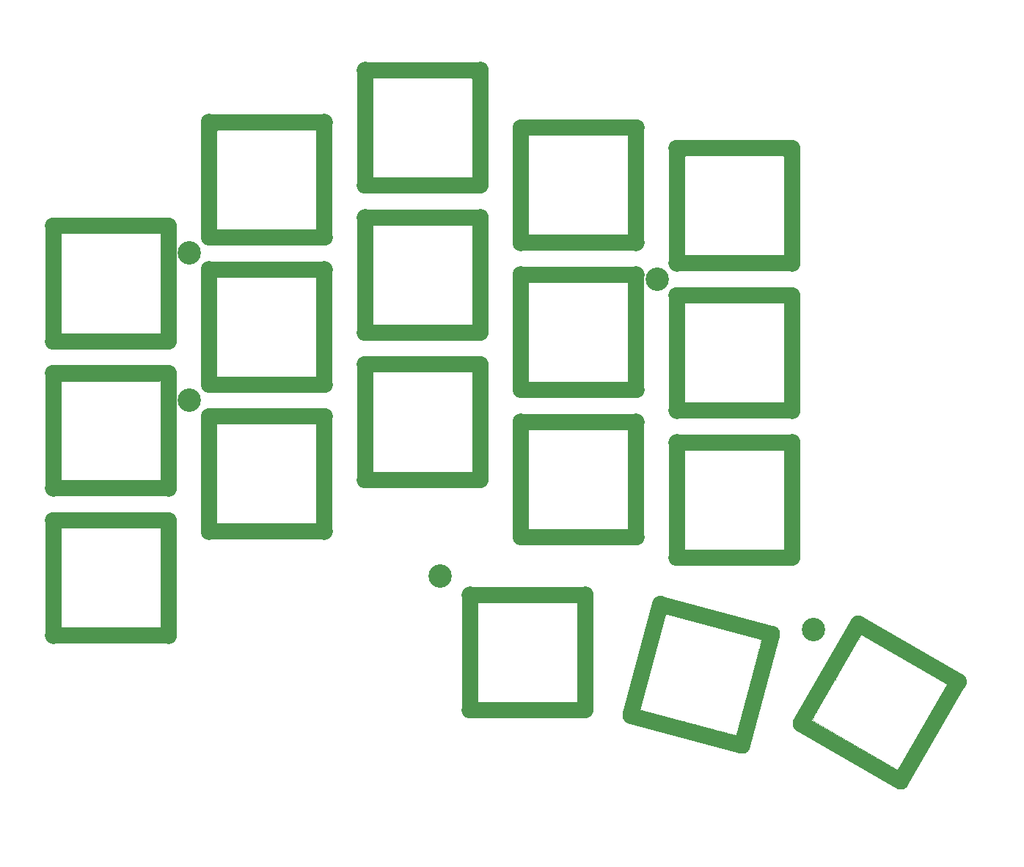
<source format=gbr>
G04 #@! TF.GenerationSoftware,KiCad,Pcbnew,(5.99.0-11177-g6c67dfa032)*
G04 #@! TF.CreationDate,2021-08-29T23:40:49+03:00*
G04 #@! TF.ProjectId,chocofi-topplate,63686f63-6f66-4692-9d74-6f70706c6174,2.1*
G04 #@! TF.SameCoordinates,Original*
G04 #@! TF.FileFunction,Soldermask,Top*
G04 #@! TF.FilePolarity,Negative*
%FSLAX46Y46*%
G04 Gerber Fmt 4.6, Leading zero omitted, Abs format (unit mm)*
G04 Created by KiCad (PCBNEW (5.99.0-11177-g6c67dfa032)) date 2021-08-29 23:40:49*
%MOMM*%
%LPD*%
G01*
G04 APERTURE LIST*
G04 Aperture macros list*
%AMHorizOval*
0 Thick line with rounded ends*
0 $1 width*
0 $2 $3 position (X,Y) of the first rounded end (center of the circle)*
0 $4 $5 position (X,Y) of the second rounded end (center of the circle)*
0 Add line between two ends*
20,1,$1,$2,$3,$4,$5,0*
0 Add two circle primitives to create the rounded ends*
1,1,$1,$2,$3*
1,1,$1,$4,$5*%
G04 Aperture macros list end*
%ADD10C,2.700000*%
%ADD11O,1.900000X15.200000*%
%ADD12O,15.200000X1.900000*%
%ADD13HorizOval,1.900000X1.721147X6.423407X-1.721147X-6.423407X0*%
%ADD14HorizOval,1.900000X-6.423407X1.721147X6.423407X-1.721147X0*%
%ADD15HorizOval,1.900000X-5.759069X3.325000X5.759069X-3.325000X0*%
%ADD16HorizOval,1.900000X-3.325000X-5.759069X3.325000X5.759069X0*%
G04 APERTURE END LIST*
D10*
X95000000Y-66802000D03*
X148971000Y-69850000D03*
X123952000Y-104140000D03*
X167005000Y-110363000D03*
X95000000Y-83820000D03*
D11*
X92560000Y-70400000D03*
X79260000Y-70400000D03*
D12*
X85910000Y-77050000D03*
X85910000Y-63750000D03*
D11*
X110560000Y-58400000D03*
X97260000Y-58400000D03*
D12*
X103910000Y-65050000D03*
X103910000Y-51750000D03*
D11*
X128560000Y-52400000D03*
X115260000Y-52400000D03*
D12*
X121910000Y-59050000D03*
X121910000Y-45750000D03*
D11*
X146560000Y-59020000D03*
X133260000Y-59020000D03*
D12*
X139910000Y-65670000D03*
X139910000Y-52370000D03*
D11*
X164560000Y-61400000D03*
X151260000Y-61400000D03*
D12*
X157910000Y-68050000D03*
X157910000Y-54750000D03*
D11*
X92560000Y-87400000D03*
X79260000Y-87400000D03*
D12*
X85910000Y-94050000D03*
X85910000Y-80750000D03*
D11*
X110560000Y-75400000D03*
X97260000Y-75400000D03*
D12*
X103910000Y-82050000D03*
X103910000Y-68750000D03*
D11*
X128560000Y-69400000D03*
X115260000Y-69400000D03*
D12*
X121910000Y-76050000D03*
X121910000Y-62750000D03*
D11*
X146560000Y-76020000D03*
X133260000Y-76020000D03*
D12*
X139910000Y-82670000D03*
X139910000Y-69370000D03*
D11*
X164560000Y-78400000D03*
X151260000Y-78400000D03*
D12*
X157910000Y-85050000D03*
X157910000Y-71750000D03*
D11*
X92560000Y-104400000D03*
X79260000Y-104400000D03*
D12*
X85910000Y-111050000D03*
X85910000Y-97750000D03*
D11*
X110560000Y-92400000D03*
X97260000Y-92400000D03*
D12*
X103910000Y-99050000D03*
X103910000Y-85750000D03*
D11*
X128560000Y-86400000D03*
X115260000Y-86400000D03*
D12*
X121910000Y-93050000D03*
X121910000Y-79750000D03*
D11*
X146560000Y-93025000D03*
X133260000Y-93025000D03*
D12*
X139910000Y-99675000D03*
X139910000Y-86375000D03*
D11*
X164560000Y-95400000D03*
X151260000Y-95400000D03*
D12*
X157910000Y-102050000D03*
X157910000Y-88750000D03*
D11*
X127360000Y-112990000D03*
X140660000Y-112990000D03*
D12*
X134010000Y-106340000D03*
X134010000Y-119640000D03*
D13*
X147636593Y-113858853D03*
X160483407Y-117301147D03*
D14*
X155781147Y-109156593D03*
X152338853Y-122003407D03*
D15*
X171335000Y-124549069D03*
X177985000Y-113030931D03*
D16*
X168900931Y-115465000D03*
X180419069Y-122115000D03*
G36*
X165103075Y-122045721D02*
G01*
X176617878Y-128693796D01*
X176618878Y-128695528D01*
X176617878Y-128697260D01*
X176616066Y-128697356D01*
X176616057Y-128697352D01*
X176615869Y-128697256D01*
X165101085Y-122049192D01*
X165100938Y-122049098D01*
X165100928Y-122049091D01*
X165100083Y-122047279D01*
X165101230Y-122045641D01*
X165103075Y-122045721D01*
G37*
G36*
X172574655Y-111001923D02*
G01*
X182447345Y-116701923D01*
X182448345Y-116703655D01*
X182448077Y-116704655D01*
X182384899Y-116814082D01*
X181290057Y-118710404D01*
X180929485Y-119334933D01*
X180911762Y-119365630D01*
X180889179Y-119404745D01*
X180783103Y-119588474D01*
X180741618Y-119660328D01*
X180737191Y-119667996D01*
X180725984Y-119687407D01*
X180695445Y-119740302D01*
X180642520Y-119831971D01*
X180576683Y-119946004D01*
X180477235Y-120118253D01*
X180439836Y-120183030D01*
X180429510Y-120200915D01*
X180418123Y-120220638D01*
X180394387Y-120261750D01*
X180383497Y-120280612D01*
X180364382Y-120313720D01*
X180348815Y-120340683D01*
X180318220Y-120393675D01*
X180313961Y-120401052D01*
X180281743Y-120456855D01*
X180248647Y-120514179D01*
X180238694Y-120531418D01*
X180236007Y-120536072D01*
X180221526Y-120561154D01*
X180211285Y-120578892D01*
X180207299Y-120585796D01*
X180205576Y-120588780D01*
X180205098Y-120589608D01*
X180204949Y-120589866D01*
X180186116Y-120622486D01*
X180181896Y-120629795D01*
X180134845Y-120711290D01*
X180133588Y-120713467D01*
X180073759Y-120817094D01*
X179999585Y-120945567D01*
X179988755Y-120964325D01*
X179963160Y-121008657D01*
X179962257Y-121010221D01*
X179935006Y-121057421D01*
X179929467Y-121067015D01*
X179903137Y-121112620D01*
X179891927Y-121132036D01*
X179876800Y-121158237D01*
X179875603Y-121160310D01*
X179869915Y-121170162D01*
X179851978Y-121201230D01*
X179781308Y-121323634D01*
X179776905Y-121331260D01*
X179673012Y-121511208D01*
X179657886Y-121537407D01*
X179657838Y-121537491D01*
X179657837Y-121537492D01*
X179571466Y-121687091D01*
X179563973Y-121700069D01*
X179480819Y-121844096D01*
X179410761Y-121965440D01*
X179320240Y-122122227D01*
X179073782Y-122549105D01*
X178906612Y-122838652D01*
X178316329Y-123861052D01*
X178252601Y-123971432D01*
X178208767Y-124047355D01*
X178198000Y-124066004D01*
X178188043Y-124083250D01*
X178108794Y-124220513D01*
X178086669Y-124258835D01*
X178005072Y-124400165D01*
X177993424Y-124420340D01*
X177947475Y-124499926D01*
X177926528Y-124536207D01*
X177892719Y-124594766D01*
X177868632Y-124636486D01*
X177864765Y-124643184D01*
X177858608Y-124653848D01*
X177854544Y-124660887D01*
X177853805Y-124662167D01*
X177850098Y-124668588D01*
X177847042Y-124673881D01*
X177846106Y-124675502D01*
X176748077Y-126577345D01*
X176746345Y-126578345D01*
X176745345Y-126578077D01*
X166872655Y-120878077D01*
X166871655Y-120876345D01*
X166871923Y-120875345D01*
X166874764Y-120870424D01*
X166895751Y-120870424D01*
X166918302Y-120899812D01*
X176703700Y-126549414D01*
X176740424Y-126554249D01*
X176769812Y-126531698D01*
X177842642Y-124673502D01*
X177843578Y-124671881D01*
X177846634Y-124666588D01*
X177850341Y-124660167D01*
X177851080Y-124658887D01*
X177855144Y-124651848D01*
X177861301Y-124641184D01*
X177865168Y-124634486D01*
X177889255Y-124592766D01*
X177923064Y-124534207D01*
X177944011Y-124497926D01*
X177989960Y-124418340D01*
X178001608Y-124398165D01*
X178083205Y-124256835D01*
X178105330Y-124218513D01*
X178184579Y-124081250D01*
X178194536Y-124064004D01*
X178205303Y-124045355D01*
X178249137Y-123969432D01*
X178312865Y-123859052D01*
X178903148Y-122836652D01*
X179070318Y-122547105D01*
X179316776Y-122120227D01*
X179407297Y-121963440D01*
X179477355Y-121842096D01*
X179560509Y-121698069D01*
X179568002Y-121685091D01*
X179654373Y-121535492D01*
X179654421Y-121535408D01*
X179654422Y-121535407D01*
X179669548Y-121509208D01*
X179773441Y-121329260D01*
X179777844Y-121321634D01*
X179848514Y-121199230D01*
X179866451Y-121168162D01*
X179872139Y-121158310D01*
X179873336Y-121156237D01*
X179888463Y-121130036D01*
X179899673Y-121110620D01*
X179926003Y-121065015D01*
X179931542Y-121055421D01*
X179958793Y-121008221D01*
X179959696Y-121006657D01*
X179985291Y-120962325D01*
X179996121Y-120943567D01*
X180070295Y-120815094D01*
X180130124Y-120711467D01*
X180131381Y-120709290D01*
X180178432Y-120627795D01*
X180182652Y-120620486D01*
X180201485Y-120587866D01*
X180201634Y-120587608D01*
X180202112Y-120586780D01*
X180203835Y-120583796D01*
X180207821Y-120576892D01*
X180218062Y-120559154D01*
X180232543Y-120534072D01*
X180235230Y-120529418D01*
X180245183Y-120512179D01*
X180278279Y-120454855D01*
X180310497Y-120399052D01*
X180314756Y-120391675D01*
X180345351Y-120338683D01*
X180360918Y-120311720D01*
X180380033Y-120278612D01*
X180390923Y-120259750D01*
X180414659Y-120218638D01*
X180426046Y-120198915D01*
X180436372Y-120181030D01*
X180473771Y-120116253D01*
X180573219Y-119944004D01*
X180639056Y-119829971D01*
X180691981Y-119738302D01*
X180722520Y-119685407D01*
X180733727Y-119665996D01*
X180738154Y-119658328D01*
X180779639Y-119586474D01*
X180885715Y-119402745D01*
X180908298Y-119363630D01*
X180926021Y-119332933D01*
X181286593Y-118708404D01*
X182381435Y-116812082D01*
X182419414Y-116746300D01*
X182424249Y-116709576D01*
X182401698Y-116680188D01*
X172616300Y-111030586D01*
X172579576Y-111025751D01*
X172550188Y-111048302D01*
X172533044Y-111077996D01*
X172521837Y-111097407D01*
X172440175Y-111238850D01*
X172438373Y-111241971D01*
X172382832Y-111338171D01*
X172372536Y-111356004D01*
X172368348Y-111363258D01*
X172357495Y-111382056D01*
X172308258Y-111467337D01*
X172308191Y-111467453D01*
X172273088Y-111528253D01*
X172270270Y-111533134D01*
X172235689Y-111593030D01*
X172225363Y-111610915D01*
X172213976Y-111630638D01*
X172212852Y-111632585D01*
X172190240Y-111671750D01*
X172179350Y-111690612D01*
X172165847Y-111714000D01*
X172144668Y-111750683D01*
X172114073Y-111803675D01*
X172109814Y-111811052D01*
X172105209Y-111819028D01*
X172077596Y-111866855D01*
X172044500Y-111924179D01*
X172034547Y-111941418D01*
X172031860Y-111946072D01*
X172030418Y-111948570D01*
X172017379Y-111971154D01*
X172007138Y-111988892D01*
X172006604Y-111989817D01*
X172003152Y-111995796D01*
X172000951Y-111999608D01*
X170003224Y-115459773D01*
X169918694Y-115606183D01*
X169912703Y-115616560D01*
X169842645Y-115737904D01*
X169759491Y-115881931D01*
X169751998Y-115894909D01*
X169665627Y-116044508D01*
X169665579Y-116044592D01*
X169665578Y-116044593D01*
X169650452Y-116070792D01*
X169598024Y-116161600D01*
X169546556Y-116250745D01*
X169488365Y-116351535D01*
X169431537Y-116449964D01*
X169420327Y-116469380D01*
X169274430Y-116722081D01*
X169141568Y-116952205D01*
X168112000Y-118735469D01*
X168004390Y-118921855D01*
X167780377Y-119309857D01*
X167761258Y-119342972D01*
X167589942Y-119639700D01*
X167521496Y-119758252D01*
X167520895Y-119759293D01*
X167505281Y-119786337D01*
X167452827Y-119877190D01*
X167423347Y-119928251D01*
X167412659Y-119946763D01*
X167398006Y-119972143D01*
X167373121Y-120015245D01*
X167321679Y-120104345D01*
X167312494Y-120120254D01*
X167308683Y-120126855D01*
X167298618Y-120144288D01*
X167298540Y-120144423D01*
X167267736Y-120197777D01*
X167254628Y-120220481D01*
X167250911Y-120226919D01*
X167223193Y-120274928D01*
X167184126Y-120342594D01*
X167183182Y-120344229D01*
X167174106Y-120359949D01*
X167149538Y-120402502D01*
X167138927Y-120420881D01*
X167124925Y-120445133D01*
X167124178Y-120446427D01*
X167118871Y-120455619D01*
X167090635Y-120504525D01*
X167075248Y-120531176D01*
X167058084Y-120560905D01*
X167057740Y-120561501D01*
X167055411Y-120565535D01*
X167052057Y-120571344D01*
X167047876Y-120578586D01*
X167047313Y-120579561D01*
X167042099Y-120588592D01*
X167007660Y-120648242D01*
X166925271Y-120790944D01*
X166920039Y-120800006D01*
X166900586Y-120833700D01*
X166895751Y-120870424D01*
X166874764Y-120870424D01*
X166916575Y-120798006D01*
X166921807Y-120788944D01*
X167004196Y-120646242D01*
X167038635Y-120586592D01*
X167043849Y-120577561D01*
X167044412Y-120576586D01*
X167048593Y-120569344D01*
X167051947Y-120563535D01*
X167054276Y-120559501D01*
X167054620Y-120558905D01*
X167071784Y-120529176D01*
X167087171Y-120502525D01*
X167115407Y-120453619D01*
X167120714Y-120444427D01*
X167121461Y-120443133D01*
X167135463Y-120418881D01*
X167146074Y-120400502D01*
X167170642Y-120357949D01*
X167179718Y-120342229D01*
X167180662Y-120340594D01*
X167219729Y-120272928D01*
X167247447Y-120224919D01*
X167251164Y-120218481D01*
X167264272Y-120195777D01*
X167295076Y-120142423D01*
X167295154Y-120142288D01*
X167305219Y-120124855D01*
X167309030Y-120118254D01*
X167318215Y-120102345D01*
X167369657Y-120013245D01*
X167394542Y-119970143D01*
X167409195Y-119944763D01*
X167419883Y-119926251D01*
X167449363Y-119875190D01*
X167501817Y-119784337D01*
X167517431Y-119757293D01*
X167518032Y-119756252D01*
X167586478Y-119637700D01*
X167757794Y-119340972D01*
X167776913Y-119307857D01*
X168000926Y-118919855D01*
X168108536Y-118733469D01*
X169138104Y-116950205D01*
X169270966Y-116720081D01*
X169416863Y-116467380D01*
X169428073Y-116447964D01*
X169484901Y-116349535D01*
X169543092Y-116248745D01*
X169594560Y-116159600D01*
X169646988Y-116068792D01*
X169662114Y-116042593D01*
X169662162Y-116042509D01*
X169662163Y-116042508D01*
X169748534Y-115892909D01*
X169756027Y-115879931D01*
X169839181Y-115735904D01*
X169909239Y-115614560D01*
X169915230Y-115604183D01*
X169999760Y-115457773D01*
X171997487Y-111997608D01*
X171999688Y-111993796D01*
X172003140Y-111987817D01*
X172003674Y-111986892D01*
X172013915Y-111969154D01*
X172026954Y-111946570D01*
X172028396Y-111944072D01*
X172031083Y-111939418D01*
X172041036Y-111922179D01*
X172074132Y-111864855D01*
X172101745Y-111817028D01*
X172106350Y-111809052D01*
X172110609Y-111801675D01*
X172141204Y-111748683D01*
X172162383Y-111712000D01*
X172175886Y-111688612D01*
X172186776Y-111669750D01*
X172209388Y-111630585D01*
X172210512Y-111628638D01*
X172221899Y-111608915D01*
X172232225Y-111591030D01*
X172266806Y-111531134D01*
X172269624Y-111526253D01*
X172304727Y-111465453D01*
X172304794Y-111465337D01*
X172354031Y-111380056D01*
X172364884Y-111361258D01*
X172369072Y-111354004D01*
X172379368Y-111336171D01*
X172434909Y-111239971D01*
X172436711Y-111236850D01*
X172518373Y-111095407D01*
X172529580Y-111075996D01*
X172571923Y-111002655D01*
X172573655Y-111001655D01*
X172574655Y-111001923D01*
G37*
G36*
X145671321Y-121198290D02*
G01*
X145671354Y-121198298D01*
X158514450Y-124639596D01*
X158513995Y-124641293D01*
X158513936Y-124641529D01*
X158513418Y-124643461D01*
X145670314Y-121202161D01*
X145668900Y-121200747D01*
X145669418Y-121198815D01*
X145671317Y-121198289D01*
X145671321Y-121198290D01*
G37*
G36*
X158042347Y-122546070D02*
G01*
X158079070Y-122541235D01*
X158101862Y-122511533D01*
X158103710Y-122510768D01*
X158105297Y-122511986D01*
X158105381Y-122513269D01*
X158092440Y-122561565D01*
X158091026Y-122562979D01*
X158089990Y-122562979D01*
X150099055Y-120421813D01*
X150097641Y-120420399D01*
X150098159Y-120418467D01*
X150100091Y-120417949D01*
X158042347Y-122546070D01*
G37*
G36*
X170966206Y-109989838D02*
G01*
X170966206Y-109991838D01*
X164756201Y-120747882D01*
X164754469Y-120748882D01*
X164752737Y-120747882D01*
X164752680Y-120745988D01*
X164752686Y-120745976D01*
X164752743Y-120745870D01*
X170962742Y-109989838D01*
X170964474Y-109988838D01*
X170966206Y-109989838D01*
G37*
G36*
X172704023Y-108882686D02*
G01*
X172704129Y-108882743D01*
X184218924Y-115530813D01*
X184218972Y-115530842D01*
X184218985Y-115530850D01*
X184219936Y-115532609D01*
X184218888Y-115534312D01*
X184216937Y-115534285D01*
X172702121Y-108886203D01*
X172701121Y-108884471D01*
X172702121Y-108882739D01*
X172704015Y-108882682D01*
X172704023Y-108882686D01*
G37*
G36*
X161041565Y-111547560D02*
G01*
X161042979Y-111548974D01*
X161042979Y-111550010D01*
X160009028Y-115408763D01*
X160007614Y-115410177D01*
X160005682Y-115409659D01*
X160005164Y-115407727D01*
X161026070Y-111597653D01*
X161021235Y-111560930D01*
X160991533Y-111538138D01*
X160990768Y-111536290D01*
X160991986Y-111534703D01*
X160993269Y-111534619D01*
X161041565Y-111547560D01*
G37*
G36*
X148441255Y-107189467D02*
G01*
X148441709Y-107191332D01*
X147237941Y-111683852D01*
X147236527Y-111685266D01*
X147234595Y-111684748D01*
X147234077Y-111682816D01*
X148437838Y-107190318D01*
X148437864Y-107190230D01*
X148437871Y-107190208D01*
X148439349Y-107188860D01*
X148441255Y-107189467D01*
G37*
G36*
X162449682Y-109957838D02*
G01*
X162449770Y-109957864D01*
X162449792Y-109957871D01*
X162451140Y-109959349D01*
X162450533Y-109961255D01*
X162448668Y-109961709D01*
X153238008Y-107493719D01*
X153236594Y-107492305D01*
X153237112Y-107490373D01*
X153239044Y-107489855D01*
X162449682Y-109957838D01*
G37*
G36*
X139711732Y-107289000D02*
G01*
X139712000Y-107290000D01*
X139712000Y-107339999D01*
X139711000Y-107341731D01*
X139709000Y-107341731D01*
X139708152Y-107340764D01*
X139693825Y-107306175D01*
X139659603Y-107292000D01*
X128360397Y-107292000D01*
X128326175Y-107306175D01*
X128311848Y-107340764D01*
X128310261Y-107341982D01*
X128308413Y-107341217D01*
X128308000Y-107339999D01*
X128308000Y-107290000D01*
X128309000Y-107288268D01*
X128310000Y-107288000D01*
X139710000Y-107288000D01*
X139711732Y-107289000D01*
G37*
G36*
X91611732Y-98699000D02*
G01*
X91612000Y-98700000D01*
X91612000Y-98749999D01*
X91611000Y-98751731D01*
X91609000Y-98751731D01*
X91608152Y-98750764D01*
X91593825Y-98716175D01*
X91559603Y-98702000D01*
X80260397Y-98702000D01*
X80226175Y-98716175D01*
X80211848Y-98750764D01*
X80210261Y-98751982D01*
X80208413Y-98751217D01*
X80208000Y-98749999D01*
X80208000Y-98700000D01*
X80209000Y-98698268D01*
X80210000Y-98698000D01*
X91610000Y-98698000D01*
X91611732Y-98699000D01*
G37*
G36*
X163611732Y-89699000D02*
G01*
X163612000Y-89700000D01*
X163612000Y-89749999D01*
X163611000Y-89751731D01*
X163609000Y-89751731D01*
X163608152Y-89750764D01*
X163593825Y-89716175D01*
X163559603Y-89702000D01*
X152260397Y-89702000D01*
X152226175Y-89716175D01*
X152211848Y-89750764D01*
X152210261Y-89751982D01*
X152208413Y-89751217D01*
X152208000Y-89749999D01*
X152208000Y-89700000D01*
X152209000Y-89698268D01*
X152210000Y-89698000D01*
X163610000Y-89698000D01*
X163611732Y-89699000D01*
G37*
G36*
X145611732Y-87324000D02*
G01*
X145612000Y-87325000D01*
X145612000Y-87374999D01*
X145611000Y-87376731D01*
X145609000Y-87376731D01*
X145608152Y-87375764D01*
X145593825Y-87341175D01*
X145559603Y-87327000D01*
X134260397Y-87327000D01*
X134226175Y-87341175D01*
X134211848Y-87375764D01*
X134210261Y-87376982D01*
X134208413Y-87376217D01*
X134208000Y-87374999D01*
X134208000Y-87325000D01*
X134209000Y-87323268D01*
X134210000Y-87323000D01*
X145610000Y-87323000D01*
X145611732Y-87324000D01*
G37*
G36*
X109611732Y-86699000D02*
G01*
X109612000Y-86700000D01*
X109612000Y-86749999D01*
X109611000Y-86751731D01*
X109609000Y-86751731D01*
X109608152Y-86750764D01*
X109593825Y-86716175D01*
X109559603Y-86702000D01*
X98260397Y-86702000D01*
X98226175Y-86716175D01*
X98211848Y-86750764D01*
X98210261Y-86751982D01*
X98208413Y-86751217D01*
X98208000Y-86749999D01*
X98208000Y-86700000D01*
X98209000Y-86698268D01*
X98210000Y-86698000D01*
X109610000Y-86698000D01*
X109611732Y-86699000D01*
G37*
G36*
X91611732Y-81699000D02*
G01*
X91612000Y-81700000D01*
X91612000Y-81749999D01*
X91611000Y-81751731D01*
X91609000Y-81751731D01*
X91608152Y-81750764D01*
X91593825Y-81716175D01*
X91559603Y-81702000D01*
X80260397Y-81702000D01*
X80226175Y-81716175D01*
X80211848Y-81750764D01*
X80210261Y-81751982D01*
X80208413Y-81751217D01*
X80208000Y-81749999D01*
X80208000Y-81700000D01*
X80209000Y-81698268D01*
X80210000Y-81698000D01*
X91610000Y-81698000D01*
X91611732Y-81699000D01*
G37*
G36*
X127611732Y-80699000D02*
G01*
X127612000Y-80700000D01*
X127612000Y-80749999D01*
X127611000Y-80751731D01*
X127609000Y-80751731D01*
X127608152Y-80750764D01*
X127593825Y-80716175D01*
X127559603Y-80702000D01*
X116260397Y-80702000D01*
X116226175Y-80716175D01*
X116211848Y-80750764D01*
X116210261Y-80751982D01*
X116208413Y-80751217D01*
X116208000Y-80749999D01*
X116208000Y-80700000D01*
X116209000Y-80698268D01*
X116210000Y-80698000D01*
X127610000Y-80698000D01*
X127611732Y-80699000D01*
G37*
G36*
X163611732Y-72699000D02*
G01*
X163612000Y-72700000D01*
X163612000Y-72749999D01*
X163611000Y-72751731D01*
X163609000Y-72751731D01*
X163608152Y-72750764D01*
X163593825Y-72716175D01*
X163559603Y-72702000D01*
X152260397Y-72702000D01*
X152226175Y-72716175D01*
X152211848Y-72750764D01*
X152210261Y-72751982D01*
X152208413Y-72751217D01*
X152208000Y-72749999D01*
X152208000Y-72700000D01*
X152209000Y-72698268D01*
X152210000Y-72698000D01*
X163610000Y-72698000D01*
X163611732Y-72699000D01*
G37*
G36*
X145611732Y-70319000D02*
G01*
X145612000Y-70320000D01*
X145612000Y-70369999D01*
X145611000Y-70371731D01*
X145609000Y-70371731D01*
X145608152Y-70370764D01*
X145593825Y-70336175D01*
X145559603Y-70322000D01*
X134260397Y-70322000D01*
X134226175Y-70336175D01*
X134211848Y-70370764D01*
X134210261Y-70371982D01*
X134208413Y-70371217D01*
X134208000Y-70369999D01*
X134208000Y-70320000D01*
X134209000Y-70318268D01*
X134210000Y-70318000D01*
X145610000Y-70318000D01*
X145611732Y-70319000D01*
G37*
G36*
X109611732Y-69699000D02*
G01*
X109612000Y-69700000D01*
X109612000Y-69749999D01*
X109611000Y-69751731D01*
X109609000Y-69751731D01*
X109608152Y-69750764D01*
X109593825Y-69716175D01*
X109559603Y-69702000D01*
X98260397Y-69702000D01*
X98226175Y-69716175D01*
X98211848Y-69750764D01*
X98210261Y-69751982D01*
X98208413Y-69751217D01*
X98208000Y-69749999D01*
X98208000Y-69700000D01*
X98209000Y-69698268D01*
X98210000Y-69698000D01*
X109610000Y-69698000D01*
X109611732Y-69699000D01*
G37*
G36*
X91611732Y-64699000D02*
G01*
X91612000Y-64700000D01*
X91612000Y-64749999D01*
X91611000Y-64751731D01*
X91609000Y-64751731D01*
X91608152Y-64750764D01*
X91593825Y-64716175D01*
X91559603Y-64702000D01*
X80260397Y-64702000D01*
X80226175Y-64716175D01*
X80211848Y-64750764D01*
X80210261Y-64751982D01*
X80208413Y-64751217D01*
X80208000Y-64749999D01*
X80208000Y-64700000D01*
X80209000Y-64698268D01*
X80210000Y-64698000D01*
X91610000Y-64698000D01*
X91611732Y-64699000D01*
G37*
G36*
X127611732Y-63699000D02*
G01*
X127612000Y-63700000D01*
X127612000Y-63749999D01*
X127611000Y-63751731D01*
X127609000Y-63751731D01*
X127608152Y-63750764D01*
X127593825Y-63716175D01*
X127559603Y-63702000D01*
X116260397Y-63702000D01*
X116226175Y-63716175D01*
X116211848Y-63750764D01*
X116210261Y-63751982D01*
X116208413Y-63751217D01*
X116208000Y-63749999D01*
X116208000Y-63700000D01*
X116209000Y-63698268D01*
X116210000Y-63698000D01*
X127610000Y-63698000D01*
X127611732Y-63699000D01*
G37*
G36*
X163611732Y-55699000D02*
G01*
X163612000Y-55700000D01*
X163612000Y-55749999D01*
X163611000Y-55751731D01*
X163609000Y-55751731D01*
X163608152Y-55750764D01*
X163593825Y-55716175D01*
X163559603Y-55702000D01*
X152260397Y-55702000D01*
X152226175Y-55716175D01*
X152211848Y-55750764D01*
X152210261Y-55751982D01*
X152208413Y-55751217D01*
X152208000Y-55749999D01*
X152208000Y-55700000D01*
X152209000Y-55698268D01*
X152210000Y-55698000D01*
X163610000Y-55698000D01*
X163611732Y-55699000D01*
G37*
G36*
X145611732Y-53319000D02*
G01*
X145612000Y-53320000D01*
X145612000Y-53369999D01*
X145611000Y-53371731D01*
X145609000Y-53371731D01*
X145608152Y-53370764D01*
X145593825Y-53336175D01*
X145559603Y-53322000D01*
X134260397Y-53322000D01*
X134226175Y-53336175D01*
X134211848Y-53370764D01*
X134210261Y-53371982D01*
X134208413Y-53371217D01*
X134208000Y-53369999D01*
X134208000Y-53320000D01*
X134209000Y-53318268D01*
X134210000Y-53318000D01*
X145610000Y-53318000D01*
X145611732Y-53319000D01*
G37*
G36*
X109611732Y-52699000D02*
G01*
X109612000Y-52700000D01*
X109612000Y-52749999D01*
X109611000Y-52751731D01*
X109609000Y-52751731D01*
X109608152Y-52750764D01*
X109593825Y-52716175D01*
X109559603Y-52702000D01*
X98260397Y-52702000D01*
X98226175Y-52716175D01*
X98211848Y-52750764D01*
X98210261Y-52751982D01*
X98208413Y-52751217D01*
X98208000Y-52749999D01*
X98208000Y-52700000D01*
X98209000Y-52698268D01*
X98210000Y-52698000D01*
X109610000Y-52698000D01*
X109611732Y-52699000D01*
G37*
G36*
X127611732Y-46699000D02*
G01*
X127612000Y-46700000D01*
X127612000Y-46749999D01*
X127611000Y-46751731D01*
X127609000Y-46751731D01*
X127608152Y-46750764D01*
X127593825Y-46716175D01*
X127559603Y-46702000D01*
X116260397Y-46702000D01*
X116226175Y-46716175D01*
X116211848Y-46750764D01*
X116210261Y-46751982D01*
X116208413Y-46751217D01*
X116208000Y-46749999D01*
X116208000Y-46700000D01*
X116209000Y-46698268D01*
X116210000Y-46698000D01*
X127610000Y-46698000D01*
X127611732Y-46699000D01*
G37*
M02*

</source>
